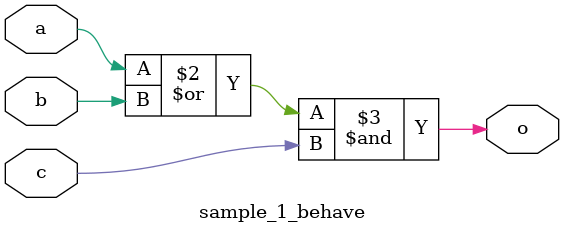
<source format=v>
module sample_1_behave(o,a,b,c);
    output reg o;
    input a,b,c;
    always@(*)
        begin
            o=(a|b)&c;
        end
endmodule
</source>
